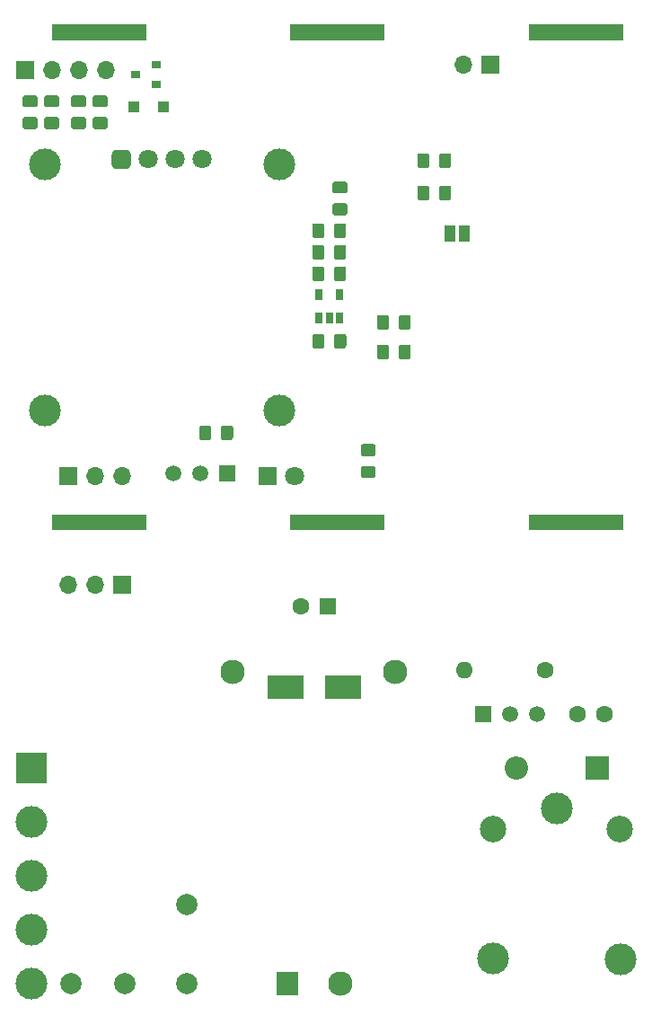
<source format=gbr>
%TF.GenerationSoftware,KiCad,Pcbnew,(5.1.5)-3*%
%TF.CreationDate,2021-07-21T11:08:43+02:00*%
%TF.ProjectId,cece-pcb,63656365-2d70-4636-922e-6b696361645f,rev?*%
%TF.SameCoordinates,Original*%
%TF.FileFunction,Soldermask,Bot*%
%TF.FilePolarity,Negative*%
%FSLAX46Y46*%
G04 Gerber Fmt 4.6, Leading zero omitted, Abs format (unit mm)*
G04 Created by KiCad (PCBNEW (5.1.5)-3) date 2021-07-21 11:08:43*
%MOMM*%
%LPD*%
G04 APERTURE LIST*
%ADD10C,0.100000*%
%ADD11R,1.500000X1.500000*%
%ADD12C,1.500000*%
%ADD13C,1.800000*%
%ADD14R,1.800000X1.800000*%
%ADD15C,3.000000*%
%ADD16O,1.700000X1.700000*%
%ADD17R,1.700000X1.700000*%
%ADD18R,1.100000X1.100000*%
%ADD19R,0.900000X0.800000*%
%ADD20R,0.650000X1.060000*%
%ADD21C,2.000000*%
%ADD22O,1.600000X1.600000*%
%ADD23C,1.600000*%
%ADD24C,2.300000*%
%ADD25R,2.000000X2.300000*%
%ADD26C,2.500000*%
%ADD27R,1.000000X1.500000*%
%ADD28R,3.000000X3.000000*%
%ADD29R,3.500000X2.300000*%
%ADD30O,2.200000X2.200000*%
%ADD31R,2.200000X2.200000*%
%ADD32R,1.600000X1.600000*%
G04 APERTURE END LIST*
D10*
%TO.C,VP101*%
G36*
X115500000Y-21700000D02*
G01*
X106700000Y-21700000D01*
X106700000Y-23100000D01*
X115500000Y-23100000D01*
X115500000Y-21700000D01*
G37*
X115500000Y-21700000D02*
X106700000Y-21700000D01*
X106700000Y-23100000D01*
X115500000Y-23100000D01*
X115500000Y-21700000D01*
G36*
X138000000Y-21700000D02*
G01*
X129200000Y-21700000D01*
X129200000Y-23100000D01*
X138000000Y-23100000D01*
X138000000Y-21700000D01*
G37*
X138000000Y-21700000D02*
X129200000Y-21700000D01*
X129200000Y-23100000D01*
X138000000Y-23100000D01*
X138000000Y-21700000D01*
G36*
X160500000Y-21700000D02*
G01*
X151700000Y-21700000D01*
X151700000Y-23100000D01*
X160500000Y-23100000D01*
X160500000Y-21700000D01*
G37*
X160500000Y-21700000D02*
X151700000Y-21700000D01*
X151700000Y-23100000D01*
X160500000Y-23100000D01*
X160500000Y-21700000D01*
G36*
X160500000Y-67900000D02*
G01*
X151700000Y-67900000D01*
X151700000Y-69300000D01*
X160500000Y-69300000D01*
X160500000Y-67900000D01*
G37*
X160500000Y-67900000D02*
X151700000Y-67900000D01*
X151700000Y-69300000D01*
X160500000Y-69300000D01*
X160500000Y-67900000D01*
G36*
X138000000Y-67900000D02*
G01*
X129200000Y-67900000D01*
X129200000Y-69300000D01*
X138000000Y-69300000D01*
X138000000Y-67900000D01*
G37*
X138000000Y-67900000D02*
X129200000Y-67900000D01*
X129200000Y-69300000D01*
X138000000Y-69300000D01*
X138000000Y-67900000D01*
G36*
X115500000Y-67900000D02*
G01*
X106700000Y-67900000D01*
X106700000Y-69300000D01*
X115500000Y-69300000D01*
X115500000Y-67900000D01*
G37*
X115500000Y-67900000D02*
X106700000Y-67900000D01*
X106700000Y-69300000D01*
X115500000Y-69300000D01*
X115500000Y-67900000D01*
%TD*%
%TO.C,R109*%
G36*
X123557505Y-59499204D02*
G01*
X123581773Y-59502804D01*
X123605572Y-59508765D01*
X123628671Y-59517030D01*
X123650850Y-59527520D01*
X123671893Y-59540132D01*
X123691599Y-59554747D01*
X123709777Y-59571223D01*
X123726253Y-59589401D01*
X123740868Y-59609107D01*
X123753480Y-59630150D01*
X123763970Y-59652329D01*
X123772235Y-59675428D01*
X123778196Y-59699227D01*
X123781796Y-59723495D01*
X123783000Y-59747999D01*
X123783000Y-60648001D01*
X123781796Y-60672505D01*
X123778196Y-60696773D01*
X123772235Y-60720572D01*
X123763970Y-60743671D01*
X123753480Y-60765850D01*
X123740868Y-60786893D01*
X123726253Y-60806599D01*
X123709777Y-60824777D01*
X123691599Y-60841253D01*
X123671893Y-60855868D01*
X123650850Y-60868480D01*
X123628671Y-60878970D01*
X123605572Y-60887235D01*
X123581773Y-60893196D01*
X123557505Y-60896796D01*
X123533001Y-60898000D01*
X122882999Y-60898000D01*
X122858495Y-60896796D01*
X122834227Y-60893196D01*
X122810428Y-60887235D01*
X122787329Y-60878970D01*
X122765150Y-60868480D01*
X122744107Y-60855868D01*
X122724401Y-60841253D01*
X122706223Y-60824777D01*
X122689747Y-60806599D01*
X122675132Y-60786893D01*
X122662520Y-60765850D01*
X122652030Y-60743671D01*
X122643765Y-60720572D01*
X122637804Y-60696773D01*
X122634204Y-60672505D01*
X122633000Y-60648001D01*
X122633000Y-59747999D01*
X122634204Y-59723495D01*
X122637804Y-59699227D01*
X122643765Y-59675428D01*
X122652030Y-59652329D01*
X122662520Y-59630150D01*
X122675132Y-59609107D01*
X122689747Y-59589401D01*
X122706223Y-59571223D01*
X122724401Y-59554747D01*
X122744107Y-59540132D01*
X122765150Y-59527520D01*
X122787329Y-59517030D01*
X122810428Y-59508765D01*
X122834227Y-59502804D01*
X122858495Y-59499204D01*
X122882999Y-59498000D01*
X123533001Y-59498000D01*
X123557505Y-59499204D01*
G37*
G36*
X121507505Y-59499204D02*
G01*
X121531773Y-59502804D01*
X121555572Y-59508765D01*
X121578671Y-59517030D01*
X121600850Y-59527520D01*
X121621893Y-59540132D01*
X121641599Y-59554747D01*
X121659777Y-59571223D01*
X121676253Y-59589401D01*
X121690868Y-59609107D01*
X121703480Y-59630150D01*
X121713970Y-59652329D01*
X121722235Y-59675428D01*
X121728196Y-59699227D01*
X121731796Y-59723495D01*
X121733000Y-59747999D01*
X121733000Y-60648001D01*
X121731796Y-60672505D01*
X121728196Y-60696773D01*
X121722235Y-60720572D01*
X121713970Y-60743671D01*
X121703480Y-60765850D01*
X121690868Y-60786893D01*
X121676253Y-60806599D01*
X121659777Y-60824777D01*
X121641599Y-60841253D01*
X121621893Y-60855868D01*
X121600850Y-60868480D01*
X121578671Y-60878970D01*
X121555572Y-60887235D01*
X121531773Y-60893196D01*
X121507505Y-60896796D01*
X121483001Y-60898000D01*
X120832999Y-60898000D01*
X120808495Y-60896796D01*
X120784227Y-60893196D01*
X120760428Y-60887235D01*
X120737329Y-60878970D01*
X120715150Y-60868480D01*
X120694107Y-60855868D01*
X120674401Y-60841253D01*
X120656223Y-60824777D01*
X120639747Y-60806599D01*
X120625132Y-60786893D01*
X120612520Y-60765850D01*
X120602030Y-60743671D01*
X120593765Y-60720572D01*
X120587804Y-60696773D01*
X120584204Y-60672505D01*
X120583000Y-60648001D01*
X120583000Y-59747999D01*
X120584204Y-59723495D01*
X120587804Y-59699227D01*
X120593765Y-59675428D01*
X120602030Y-59652329D01*
X120612520Y-59630150D01*
X120625132Y-59609107D01*
X120639747Y-59589401D01*
X120656223Y-59571223D01*
X120674401Y-59554747D01*
X120694107Y-59540132D01*
X120715150Y-59527520D01*
X120737329Y-59517030D01*
X120760428Y-59508765D01*
X120784227Y-59502804D01*
X120808495Y-59499204D01*
X120832999Y-59498000D01*
X121483001Y-59498000D01*
X121507505Y-59499204D01*
G37*
%TD*%
D11*
%TO.C,Q101*%
X123190000Y-64008000D03*
D12*
X118110000Y-64008000D03*
X120650000Y-64008000D03*
%TD*%
D13*
%TO.C,D103*%
X129540000Y-64262000D03*
D14*
X127000000Y-64262000D03*
%TD*%
D15*
%TO.C,LCD101*%
X106045000Y-34925000D03*
X128155000Y-58125000D03*
X128155000Y-34925000D03*
X106045000Y-58125000D03*
D13*
X115785000Y-34425000D03*
D10*
G36*
X113739108Y-33527167D02*
G01*
X113782791Y-33533647D01*
X113825628Y-33544377D01*
X113867208Y-33559254D01*
X113907129Y-33578135D01*
X113945007Y-33600839D01*
X113980477Y-33627145D01*
X114013198Y-33656802D01*
X114042855Y-33689523D01*
X114069161Y-33724993D01*
X114091865Y-33762871D01*
X114110746Y-33802792D01*
X114125623Y-33844372D01*
X114136353Y-33887209D01*
X114142833Y-33930892D01*
X114145000Y-33975000D01*
X114145000Y-34875000D01*
X114142833Y-34919108D01*
X114136353Y-34962791D01*
X114125623Y-35005628D01*
X114110746Y-35047208D01*
X114091865Y-35087129D01*
X114069161Y-35125007D01*
X114042855Y-35160477D01*
X114013198Y-35193198D01*
X113980477Y-35222855D01*
X113945007Y-35249161D01*
X113907129Y-35271865D01*
X113867208Y-35290746D01*
X113825628Y-35305623D01*
X113782791Y-35316353D01*
X113739108Y-35322833D01*
X113695000Y-35325000D01*
X112795000Y-35325000D01*
X112750892Y-35322833D01*
X112707209Y-35316353D01*
X112664372Y-35305623D01*
X112622792Y-35290746D01*
X112582871Y-35271865D01*
X112544993Y-35249161D01*
X112509523Y-35222855D01*
X112476802Y-35193198D01*
X112447145Y-35160477D01*
X112420839Y-35125007D01*
X112398135Y-35087129D01*
X112379254Y-35047208D01*
X112364377Y-35005628D01*
X112353647Y-34962791D01*
X112347167Y-34919108D01*
X112345000Y-34875000D01*
X112345000Y-33975000D01*
X112347167Y-33930892D01*
X112353647Y-33887209D01*
X112364377Y-33844372D01*
X112379254Y-33802792D01*
X112398135Y-33762871D01*
X112420839Y-33724993D01*
X112447145Y-33689523D01*
X112476802Y-33656802D01*
X112509523Y-33627145D01*
X112544993Y-33600839D01*
X112582871Y-33578135D01*
X112622792Y-33559254D01*
X112664372Y-33544377D01*
X112707209Y-33533647D01*
X112750892Y-33527167D01*
X112795000Y-33525000D01*
X113695000Y-33525000D01*
X113739108Y-33527167D01*
G37*
D13*
X118325000Y-34425000D03*
X120865000Y-34425000D03*
%TD*%
D10*
%TO.C,R106*%
G36*
X136999505Y-61266204D02*
G01*
X137023773Y-61269804D01*
X137047572Y-61275765D01*
X137070671Y-61284030D01*
X137092850Y-61294520D01*
X137113893Y-61307132D01*
X137133599Y-61321747D01*
X137151777Y-61338223D01*
X137168253Y-61356401D01*
X137182868Y-61376107D01*
X137195480Y-61397150D01*
X137205970Y-61419329D01*
X137214235Y-61442428D01*
X137220196Y-61466227D01*
X137223796Y-61490495D01*
X137225000Y-61514999D01*
X137225000Y-62165001D01*
X137223796Y-62189505D01*
X137220196Y-62213773D01*
X137214235Y-62237572D01*
X137205970Y-62260671D01*
X137195480Y-62282850D01*
X137182868Y-62303893D01*
X137168253Y-62323599D01*
X137151777Y-62341777D01*
X137133599Y-62358253D01*
X137113893Y-62372868D01*
X137092850Y-62385480D01*
X137070671Y-62395970D01*
X137047572Y-62404235D01*
X137023773Y-62410196D01*
X136999505Y-62413796D01*
X136975001Y-62415000D01*
X136074999Y-62415000D01*
X136050495Y-62413796D01*
X136026227Y-62410196D01*
X136002428Y-62404235D01*
X135979329Y-62395970D01*
X135957150Y-62385480D01*
X135936107Y-62372868D01*
X135916401Y-62358253D01*
X135898223Y-62341777D01*
X135881747Y-62323599D01*
X135867132Y-62303893D01*
X135854520Y-62282850D01*
X135844030Y-62260671D01*
X135835765Y-62237572D01*
X135829804Y-62213773D01*
X135826204Y-62189505D01*
X135825000Y-62165001D01*
X135825000Y-61514999D01*
X135826204Y-61490495D01*
X135829804Y-61466227D01*
X135835765Y-61442428D01*
X135844030Y-61419329D01*
X135854520Y-61397150D01*
X135867132Y-61376107D01*
X135881747Y-61356401D01*
X135898223Y-61338223D01*
X135916401Y-61321747D01*
X135936107Y-61307132D01*
X135957150Y-61294520D01*
X135979329Y-61284030D01*
X136002428Y-61275765D01*
X136026227Y-61269804D01*
X136050495Y-61266204D01*
X136074999Y-61265000D01*
X136975001Y-61265000D01*
X136999505Y-61266204D01*
G37*
G36*
X136999505Y-63316204D02*
G01*
X137023773Y-63319804D01*
X137047572Y-63325765D01*
X137070671Y-63334030D01*
X137092850Y-63344520D01*
X137113893Y-63357132D01*
X137133599Y-63371747D01*
X137151777Y-63388223D01*
X137168253Y-63406401D01*
X137182868Y-63426107D01*
X137195480Y-63447150D01*
X137205970Y-63469329D01*
X137214235Y-63492428D01*
X137220196Y-63516227D01*
X137223796Y-63540495D01*
X137225000Y-63564999D01*
X137225000Y-64215001D01*
X137223796Y-64239505D01*
X137220196Y-64263773D01*
X137214235Y-64287572D01*
X137205970Y-64310671D01*
X137195480Y-64332850D01*
X137182868Y-64353893D01*
X137168253Y-64373599D01*
X137151777Y-64391777D01*
X137133599Y-64408253D01*
X137113893Y-64422868D01*
X137092850Y-64435480D01*
X137070671Y-64445970D01*
X137047572Y-64454235D01*
X137023773Y-64460196D01*
X136999505Y-64463796D01*
X136975001Y-64465000D01*
X136074999Y-64465000D01*
X136050495Y-64463796D01*
X136026227Y-64460196D01*
X136002428Y-64454235D01*
X135979329Y-64445970D01*
X135957150Y-64435480D01*
X135936107Y-64422868D01*
X135916401Y-64408253D01*
X135898223Y-64391777D01*
X135881747Y-64373599D01*
X135867132Y-64353893D01*
X135854520Y-64332850D01*
X135844030Y-64310671D01*
X135835765Y-64287572D01*
X135829804Y-64263773D01*
X135826204Y-64239505D01*
X135825000Y-64215001D01*
X135825000Y-63564999D01*
X135826204Y-63540495D01*
X135829804Y-63516227D01*
X135835765Y-63492428D01*
X135844030Y-63469329D01*
X135854520Y-63447150D01*
X135867132Y-63426107D01*
X135881747Y-63406401D01*
X135898223Y-63388223D01*
X135916401Y-63371747D01*
X135936107Y-63357132D01*
X135957150Y-63344520D01*
X135979329Y-63334030D01*
X136002428Y-63325765D01*
X136026227Y-63319804D01*
X136050495Y-63316204D01*
X136074999Y-63315000D01*
X136975001Y-63315000D01*
X136999505Y-63316204D01*
G37*
%TD*%
%TO.C,C104*%
G36*
X132166505Y-40449204D02*
G01*
X132190773Y-40452804D01*
X132214572Y-40458765D01*
X132237671Y-40467030D01*
X132259850Y-40477520D01*
X132280893Y-40490132D01*
X132300599Y-40504747D01*
X132318777Y-40521223D01*
X132335253Y-40539401D01*
X132349868Y-40559107D01*
X132362480Y-40580150D01*
X132372970Y-40602329D01*
X132381235Y-40625428D01*
X132387196Y-40649227D01*
X132390796Y-40673495D01*
X132392000Y-40697999D01*
X132392000Y-41598001D01*
X132390796Y-41622505D01*
X132387196Y-41646773D01*
X132381235Y-41670572D01*
X132372970Y-41693671D01*
X132362480Y-41715850D01*
X132349868Y-41736893D01*
X132335253Y-41756599D01*
X132318777Y-41774777D01*
X132300599Y-41791253D01*
X132280893Y-41805868D01*
X132259850Y-41818480D01*
X132237671Y-41828970D01*
X132214572Y-41837235D01*
X132190773Y-41843196D01*
X132166505Y-41846796D01*
X132142001Y-41848000D01*
X131491999Y-41848000D01*
X131467495Y-41846796D01*
X131443227Y-41843196D01*
X131419428Y-41837235D01*
X131396329Y-41828970D01*
X131374150Y-41818480D01*
X131353107Y-41805868D01*
X131333401Y-41791253D01*
X131315223Y-41774777D01*
X131298747Y-41756599D01*
X131284132Y-41736893D01*
X131271520Y-41715850D01*
X131261030Y-41693671D01*
X131252765Y-41670572D01*
X131246804Y-41646773D01*
X131243204Y-41622505D01*
X131242000Y-41598001D01*
X131242000Y-40697999D01*
X131243204Y-40673495D01*
X131246804Y-40649227D01*
X131252765Y-40625428D01*
X131261030Y-40602329D01*
X131271520Y-40580150D01*
X131284132Y-40559107D01*
X131298747Y-40539401D01*
X131315223Y-40521223D01*
X131333401Y-40504747D01*
X131353107Y-40490132D01*
X131374150Y-40477520D01*
X131396329Y-40467030D01*
X131419428Y-40458765D01*
X131443227Y-40452804D01*
X131467495Y-40449204D01*
X131491999Y-40448000D01*
X132142001Y-40448000D01*
X132166505Y-40449204D01*
G37*
G36*
X134216505Y-40449204D02*
G01*
X134240773Y-40452804D01*
X134264572Y-40458765D01*
X134287671Y-40467030D01*
X134309850Y-40477520D01*
X134330893Y-40490132D01*
X134350599Y-40504747D01*
X134368777Y-40521223D01*
X134385253Y-40539401D01*
X134399868Y-40559107D01*
X134412480Y-40580150D01*
X134422970Y-40602329D01*
X134431235Y-40625428D01*
X134437196Y-40649227D01*
X134440796Y-40673495D01*
X134442000Y-40697999D01*
X134442000Y-41598001D01*
X134440796Y-41622505D01*
X134437196Y-41646773D01*
X134431235Y-41670572D01*
X134422970Y-41693671D01*
X134412480Y-41715850D01*
X134399868Y-41736893D01*
X134385253Y-41756599D01*
X134368777Y-41774777D01*
X134350599Y-41791253D01*
X134330893Y-41805868D01*
X134309850Y-41818480D01*
X134287671Y-41828970D01*
X134264572Y-41837235D01*
X134240773Y-41843196D01*
X134216505Y-41846796D01*
X134192001Y-41848000D01*
X133541999Y-41848000D01*
X133517495Y-41846796D01*
X133493227Y-41843196D01*
X133469428Y-41837235D01*
X133446329Y-41828970D01*
X133424150Y-41818480D01*
X133403107Y-41805868D01*
X133383401Y-41791253D01*
X133365223Y-41774777D01*
X133348747Y-41756599D01*
X133334132Y-41736893D01*
X133321520Y-41715850D01*
X133311030Y-41693671D01*
X133302765Y-41670572D01*
X133296804Y-41646773D01*
X133293204Y-41622505D01*
X133292000Y-41598001D01*
X133292000Y-40697999D01*
X133293204Y-40673495D01*
X133296804Y-40649227D01*
X133302765Y-40625428D01*
X133311030Y-40602329D01*
X133321520Y-40580150D01*
X133334132Y-40559107D01*
X133348747Y-40539401D01*
X133365223Y-40521223D01*
X133383401Y-40504747D01*
X133403107Y-40490132D01*
X133424150Y-40477520D01*
X133446329Y-40467030D01*
X133469428Y-40458765D01*
X133493227Y-40452804D01*
X133517495Y-40449204D01*
X133541999Y-40448000D01*
X134192001Y-40448000D01*
X134216505Y-40449204D01*
G37*
%TD*%
D16*
%TO.C,J101*%
X111760000Y-26035000D03*
X109220000Y-26035000D03*
X106680000Y-26035000D03*
D17*
X104140000Y-26035000D03*
%TD*%
D18*
%TO.C,D102*%
X117224000Y-29464000D03*
X114424000Y-29464000D03*
%TD*%
D16*
%TO.C,J202*%
X108204000Y-74549000D03*
X110744000Y-74549000D03*
D17*
X113284000Y-74549000D03*
%TD*%
D16*
%TO.C,J103*%
X113284000Y-64300000D03*
X110744000Y-64300000D03*
D17*
X108204000Y-64300000D03*
%TD*%
D19*
%TO.C,D101*%
X114570000Y-26416000D03*
X116570000Y-27366000D03*
X116570000Y-25466000D03*
%TD*%
D20*
%TO.C,U101*%
X133792000Y-47160000D03*
X131892000Y-47160000D03*
X131892000Y-49360000D03*
X132842000Y-49360000D03*
X133792000Y-49360000D03*
%TD*%
D21*
%TO.C,RV201*%
X119380000Y-104625000D03*
X119380000Y-112125000D03*
%TD*%
D22*
%TO.C,R202*%
X145542000Y-82550000D03*
D23*
X153162000Y-82550000D03*
%TD*%
D10*
%TO.C,R107*%
G36*
X107154505Y-30423204D02*
G01*
X107178773Y-30426804D01*
X107202572Y-30432765D01*
X107225671Y-30441030D01*
X107247850Y-30451520D01*
X107268893Y-30464132D01*
X107288599Y-30478747D01*
X107306777Y-30495223D01*
X107323253Y-30513401D01*
X107337868Y-30533107D01*
X107350480Y-30554150D01*
X107360970Y-30576329D01*
X107369235Y-30599428D01*
X107375196Y-30623227D01*
X107378796Y-30647495D01*
X107380000Y-30671999D01*
X107380000Y-31322001D01*
X107378796Y-31346505D01*
X107375196Y-31370773D01*
X107369235Y-31394572D01*
X107360970Y-31417671D01*
X107350480Y-31439850D01*
X107337868Y-31460893D01*
X107323253Y-31480599D01*
X107306777Y-31498777D01*
X107288599Y-31515253D01*
X107268893Y-31529868D01*
X107247850Y-31542480D01*
X107225671Y-31552970D01*
X107202572Y-31561235D01*
X107178773Y-31567196D01*
X107154505Y-31570796D01*
X107130001Y-31572000D01*
X106229999Y-31572000D01*
X106205495Y-31570796D01*
X106181227Y-31567196D01*
X106157428Y-31561235D01*
X106134329Y-31552970D01*
X106112150Y-31542480D01*
X106091107Y-31529868D01*
X106071401Y-31515253D01*
X106053223Y-31498777D01*
X106036747Y-31480599D01*
X106022132Y-31460893D01*
X106009520Y-31439850D01*
X105999030Y-31417671D01*
X105990765Y-31394572D01*
X105984804Y-31370773D01*
X105981204Y-31346505D01*
X105980000Y-31322001D01*
X105980000Y-30671999D01*
X105981204Y-30647495D01*
X105984804Y-30623227D01*
X105990765Y-30599428D01*
X105999030Y-30576329D01*
X106009520Y-30554150D01*
X106022132Y-30533107D01*
X106036747Y-30513401D01*
X106053223Y-30495223D01*
X106071401Y-30478747D01*
X106091107Y-30464132D01*
X106112150Y-30451520D01*
X106134329Y-30441030D01*
X106157428Y-30432765D01*
X106181227Y-30426804D01*
X106205495Y-30423204D01*
X106229999Y-30422000D01*
X107130001Y-30422000D01*
X107154505Y-30423204D01*
G37*
G36*
X107154505Y-28373204D02*
G01*
X107178773Y-28376804D01*
X107202572Y-28382765D01*
X107225671Y-28391030D01*
X107247850Y-28401520D01*
X107268893Y-28414132D01*
X107288599Y-28428747D01*
X107306777Y-28445223D01*
X107323253Y-28463401D01*
X107337868Y-28483107D01*
X107350480Y-28504150D01*
X107360970Y-28526329D01*
X107369235Y-28549428D01*
X107375196Y-28573227D01*
X107378796Y-28597495D01*
X107380000Y-28621999D01*
X107380000Y-29272001D01*
X107378796Y-29296505D01*
X107375196Y-29320773D01*
X107369235Y-29344572D01*
X107360970Y-29367671D01*
X107350480Y-29389850D01*
X107337868Y-29410893D01*
X107323253Y-29430599D01*
X107306777Y-29448777D01*
X107288599Y-29465253D01*
X107268893Y-29479868D01*
X107247850Y-29492480D01*
X107225671Y-29502970D01*
X107202572Y-29511235D01*
X107178773Y-29517196D01*
X107154505Y-29520796D01*
X107130001Y-29522000D01*
X106229999Y-29522000D01*
X106205495Y-29520796D01*
X106181227Y-29517196D01*
X106157428Y-29511235D01*
X106134329Y-29502970D01*
X106112150Y-29492480D01*
X106091107Y-29479868D01*
X106071401Y-29465253D01*
X106053223Y-29448777D01*
X106036747Y-29430599D01*
X106022132Y-29410893D01*
X106009520Y-29389850D01*
X105999030Y-29367671D01*
X105990765Y-29344572D01*
X105984804Y-29320773D01*
X105981204Y-29296505D01*
X105980000Y-29272001D01*
X105980000Y-28621999D01*
X105981204Y-28597495D01*
X105984804Y-28573227D01*
X105990765Y-28549428D01*
X105999030Y-28526329D01*
X106009520Y-28504150D01*
X106022132Y-28483107D01*
X106036747Y-28463401D01*
X106053223Y-28445223D01*
X106071401Y-28428747D01*
X106091107Y-28414132D01*
X106112150Y-28401520D01*
X106134329Y-28391030D01*
X106157428Y-28382765D01*
X106181227Y-28376804D01*
X106205495Y-28373204D01*
X106229999Y-28372000D01*
X107130001Y-28372000D01*
X107154505Y-28373204D01*
G37*
%TD*%
%TO.C,R105*%
G36*
X109694505Y-30423204D02*
G01*
X109718773Y-30426804D01*
X109742572Y-30432765D01*
X109765671Y-30441030D01*
X109787850Y-30451520D01*
X109808893Y-30464132D01*
X109828599Y-30478747D01*
X109846777Y-30495223D01*
X109863253Y-30513401D01*
X109877868Y-30533107D01*
X109890480Y-30554150D01*
X109900970Y-30576329D01*
X109909235Y-30599428D01*
X109915196Y-30623227D01*
X109918796Y-30647495D01*
X109920000Y-30671999D01*
X109920000Y-31322001D01*
X109918796Y-31346505D01*
X109915196Y-31370773D01*
X109909235Y-31394572D01*
X109900970Y-31417671D01*
X109890480Y-31439850D01*
X109877868Y-31460893D01*
X109863253Y-31480599D01*
X109846777Y-31498777D01*
X109828599Y-31515253D01*
X109808893Y-31529868D01*
X109787850Y-31542480D01*
X109765671Y-31552970D01*
X109742572Y-31561235D01*
X109718773Y-31567196D01*
X109694505Y-31570796D01*
X109670001Y-31572000D01*
X108769999Y-31572000D01*
X108745495Y-31570796D01*
X108721227Y-31567196D01*
X108697428Y-31561235D01*
X108674329Y-31552970D01*
X108652150Y-31542480D01*
X108631107Y-31529868D01*
X108611401Y-31515253D01*
X108593223Y-31498777D01*
X108576747Y-31480599D01*
X108562132Y-31460893D01*
X108549520Y-31439850D01*
X108539030Y-31417671D01*
X108530765Y-31394572D01*
X108524804Y-31370773D01*
X108521204Y-31346505D01*
X108520000Y-31322001D01*
X108520000Y-30671999D01*
X108521204Y-30647495D01*
X108524804Y-30623227D01*
X108530765Y-30599428D01*
X108539030Y-30576329D01*
X108549520Y-30554150D01*
X108562132Y-30533107D01*
X108576747Y-30513401D01*
X108593223Y-30495223D01*
X108611401Y-30478747D01*
X108631107Y-30464132D01*
X108652150Y-30451520D01*
X108674329Y-30441030D01*
X108697428Y-30432765D01*
X108721227Y-30426804D01*
X108745495Y-30423204D01*
X108769999Y-30422000D01*
X109670001Y-30422000D01*
X109694505Y-30423204D01*
G37*
G36*
X109694505Y-28373204D02*
G01*
X109718773Y-28376804D01*
X109742572Y-28382765D01*
X109765671Y-28391030D01*
X109787850Y-28401520D01*
X109808893Y-28414132D01*
X109828599Y-28428747D01*
X109846777Y-28445223D01*
X109863253Y-28463401D01*
X109877868Y-28483107D01*
X109890480Y-28504150D01*
X109900970Y-28526329D01*
X109909235Y-28549428D01*
X109915196Y-28573227D01*
X109918796Y-28597495D01*
X109920000Y-28621999D01*
X109920000Y-29272001D01*
X109918796Y-29296505D01*
X109915196Y-29320773D01*
X109909235Y-29344572D01*
X109900970Y-29367671D01*
X109890480Y-29389850D01*
X109877868Y-29410893D01*
X109863253Y-29430599D01*
X109846777Y-29448777D01*
X109828599Y-29465253D01*
X109808893Y-29479868D01*
X109787850Y-29492480D01*
X109765671Y-29502970D01*
X109742572Y-29511235D01*
X109718773Y-29517196D01*
X109694505Y-29520796D01*
X109670001Y-29522000D01*
X108769999Y-29522000D01*
X108745495Y-29520796D01*
X108721227Y-29517196D01*
X108697428Y-29511235D01*
X108674329Y-29502970D01*
X108652150Y-29492480D01*
X108631107Y-29479868D01*
X108611401Y-29465253D01*
X108593223Y-29448777D01*
X108576747Y-29430599D01*
X108562132Y-29410893D01*
X108549520Y-29389850D01*
X108539030Y-29367671D01*
X108530765Y-29344572D01*
X108524804Y-29320773D01*
X108521204Y-29296505D01*
X108520000Y-29272001D01*
X108520000Y-28621999D01*
X108521204Y-28597495D01*
X108524804Y-28573227D01*
X108530765Y-28549428D01*
X108539030Y-28526329D01*
X108549520Y-28504150D01*
X108562132Y-28483107D01*
X108576747Y-28463401D01*
X108593223Y-28445223D01*
X108611401Y-28428747D01*
X108631107Y-28414132D01*
X108652150Y-28401520D01*
X108674329Y-28391030D01*
X108697428Y-28382765D01*
X108721227Y-28376804D01*
X108745495Y-28373204D01*
X108769999Y-28372000D01*
X109670001Y-28372000D01*
X109694505Y-28373204D01*
G37*
%TD*%
%TO.C,R104*%
G36*
X138262505Y-51879204D02*
G01*
X138286773Y-51882804D01*
X138310572Y-51888765D01*
X138333671Y-51897030D01*
X138355850Y-51907520D01*
X138376893Y-51920132D01*
X138396599Y-51934747D01*
X138414777Y-51951223D01*
X138431253Y-51969401D01*
X138445868Y-51989107D01*
X138458480Y-52010150D01*
X138468970Y-52032329D01*
X138477235Y-52055428D01*
X138483196Y-52079227D01*
X138486796Y-52103495D01*
X138488000Y-52127999D01*
X138488000Y-53028001D01*
X138486796Y-53052505D01*
X138483196Y-53076773D01*
X138477235Y-53100572D01*
X138468970Y-53123671D01*
X138458480Y-53145850D01*
X138445868Y-53166893D01*
X138431253Y-53186599D01*
X138414777Y-53204777D01*
X138396599Y-53221253D01*
X138376893Y-53235868D01*
X138355850Y-53248480D01*
X138333671Y-53258970D01*
X138310572Y-53267235D01*
X138286773Y-53273196D01*
X138262505Y-53276796D01*
X138238001Y-53278000D01*
X137587999Y-53278000D01*
X137563495Y-53276796D01*
X137539227Y-53273196D01*
X137515428Y-53267235D01*
X137492329Y-53258970D01*
X137470150Y-53248480D01*
X137449107Y-53235868D01*
X137429401Y-53221253D01*
X137411223Y-53204777D01*
X137394747Y-53186599D01*
X137380132Y-53166893D01*
X137367520Y-53145850D01*
X137357030Y-53123671D01*
X137348765Y-53100572D01*
X137342804Y-53076773D01*
X137339204Y-53052505D01*
X137338000Y-53028001D01*
X137338000Y-52127999D01*
X137339204Y-52103495D01*
X137342804Y-52079227D01*
X137348765Y-52055428D01*
X137357030Y-52032329D01*
X137367520Y-52010150D01*
X137380132Y-51989107D01*
X137394747Y-51969401D01*
X137411223Y-51951223D01*
X137429401Y-51934747D01*
X137449107Y-51920132D01*
X137470150Y-51907520D01*
X137492329Y-51897030D01*
X137515428Y-51888765D01*
X137539227Y-51882804D01*
X137563495Y-51879204D01*
X137587999Y-51878000D01*
X138238001Y-51878000D01*
X138262505Y-51879204D01*
G37*
G36*
X140312505Y-51879204D02*
G01*
X140336773Y-51882804D01*
X140360572Y-51888765D01*
X140383671Y-51897030D01*
X140405850Y-51907520D01*
X140426893Y-51920132D01*
X140446599Y-51934747D01*
X140464777Y-51951223D01*
X140481253Y-51969401D01*
X140495868Y-51989107D01*
X140508480Y-52010150D01*
X140518970Y-52032329D01*
X140527235Y-52055428D01*
X140533196Y-52079227D01*
X140536796Y-52103495D01*
X140538000Y-52127999D01*
X140538000Y-53028001D01*
X140536796Y-53052505D01*
X140533196Y-53076773D01*
X140527235Y-53100572D01*
X140518970Y-53123671D01*
X140508480Y-53145850D01*
X140495868Y-53166893D01*
X140481253Y-53186599D01*
X140464777Y-53204777D01*
X140446599Y-53221253D01*
X140426893Y-53235868D01*
X140405850Y-53248480D01*
X140383671Y-53258970D01*
X140360572Y-53267235D01*
X140336773Y-53273196D01*
X140312505Y-53276796D01*
X140288001Y-53278000D01*
X139637999Y-53278000D01*
X139613495Y-53276796D01*
X139589227Y-53273196D01*
X139565428Y-53267235D01*
X139542329Y-53258970D01*
X139520150Y-53248480D01*
X139499107Y-53235868D01*
X139479401Y-53221253D01*
X139461223Y-53204777D01*
X139444747Y-53186599D01*
X139430132Y-53166893D01*
X139417520Y-53145850D01*
X139407030Y-53123671D01*
X139398765Y-53100572D01*
X139392804Y-53076773D01*
X139389204Y-53052505D01*
X139388000Y-53028001D01*
X139388000Y-52127999D01*
X139389204Y-52103495D01*
X139392804Y-52079227D01*
X139398765Y-52055428D01*
X139407030Y-52032329D01*
X139417520Y-52010150D01*
X139430132Y-51989107D01*
X139444747Y-51969401D01*
X139461223Y-51951223D01*
X139479401Y-51934747D01*
X139499107Y-51920132D01*
X139520150Y-51907520D01*
X139542329Y-51897030D01*
X139565428Y-51888765D01*
X139589227Y-51882804D01*
X139613495Y-51879204D01*
X139637999Y-51878000D01*
X140288001Y-51878000D01*
X140312505Y-51879204D01*
G37*
%TD*%
%TO.C,R103*%
G36*
X138262505Y-49085204D02*
G01*
X138286773Y-49088804D01*
X138310572Y-49094765D01*
X138333671Y-49103030D01*
X138355850Y-49113520D01*
X138376893Y-49126132D01*
X138396599Y-49140747D01*
X138414777Y-49157223D01*
X138431253Y-49175401D01*
X138445868Y-49195107D01*
X138458480Y-49216150D01*
X138468970Y-49238329D01*
X138477235Y-49261428D01*
X138483196Y-49285227D01*
X138486796Y-49309495D01*
X138488000Y-49333999D01*
X138488000Y-50234001D01*
X138486796Y-50258505D01*
X138483196Y-50282773D01*
X138477235Y-50306572D01*
X138468970Y-50329671D01*
X138458480Y-50351850D01*
X138445868Y-50372893D01*
X138431253Y-50392599D01*
X138414777Y-50410777D01*
X138396599Y-50427253D01*
X138376893Y-50441868D01*
X138355850Y-50454480D01*
X138333671Y-50464970D01*
X138310572Y-50473235D01*
X138286773Y-50479196D01*
X138262505Y-50482796D01*
X138238001Y-50484000D01*
X137587999Y-50484000D01*
X137563495Y-50482796D01*
X137539227Y-50479196D01*
X137515428Y-50473235D01*
X137492329Y-50464970D01*
X137470150Y-50454480D01*
X137449107Y-50441868D01*
X137429401Y-50427253D01*
X137411223Y-50410777D01*
X137394747Y-50392599D01*
X137380132Y-50372893D01*
X137367520Y-50351850D01*
X137357030Y-50329671D01*
X137348765Y-50306572D01*
X137342804Y-50282773D01*
X137339204Y-50258505D01*
X137338000Y-50234001D01*
X137338000Y-49333999D01*
X137339204Y-49309495D01*
X137342804Y-49285227D01*
X137348765Y-49261428D01*
X137357030Y-49238329D01*
X137367520Y-49216150D01*
X137380132Y-49195107D01*
X137394747Y-49175401D01*
X137411223Y-49157223D01*
X137429401Y-49140747D01*
X137449107Y-49126132D01*
X137470150Y-49113520D01*
X137492329Y-49103030D01*
X137515428Y-49094765D01*
X137539227Y-49088804D01*
X137563495Y-49085204D01*
X137587999Y-49084000D01*
X138238001Y-49084000D01*
X138262505Y-49085204D01*
G37*
G36*
X140312505Y-49085204D02*
G01*
X140336773Y-49088804D01*
X140360572Y-49094765D01*
X140383671Y-49103030D01*
X140405850Y-49113520D01*
X140426893Y-49126132D01*
X140446599Y-49140747D01*
X140464777Y-49157223D01*
X140481253Y-49175401D01*
X140495868Y-49195107D01*
X140508480Y-49216150D01*
X140518970Y-49238329D01*
X140527235Y-49261428D01*
X140533196Y-49285227D01*
X140536796Y-49309495D01*
X140538000Y-49333999D01*
X140538000Y-50234001D01*
X140536796Y-50258505D01*
X140533196Y-50282773D01*
X140527235Y-50306572D01*
X140518970Y-50329671D01*
X140508480Y-50351850D01*
X140495868Y-50372893D01*
X140481253Y-50392599D01*
X140464777Y-50410777D01*
X140446599Y-50427253D01*
X140426893Y-50441868D01*
X140405850Y-50454480D01*
X140383671Y-50464970D01*
X140360572Y-50473235D01*
X140336773Y-50479196D01*
X140312505Y-50482796D01*
X140288001Y-50484000D01*
X139637999Y-50484000D01*
X139613495Y-50482796D01*
X139589227Y-50479196D01*
X139565428Y-50473235D01*
X139542329Y-50464970D01*
X139520150Y-50454480D01*
X139499107Y-50441868D01*
X139479401Y-50427253D01*
X139461223Y-50410777D01*
X139444747Y-50392599D01*
X139430132Y-50372893D01*
X139417520Y-50351850D01*
X139407030Y-50329671D01*
X139398765Y-50306572D01*
X139392804Y-50282773D01*
X139389204Y-50258505D01*
X139388000Y-50234001D01*
X139388000Y-49333999D01*
X139389204Y-49309495D01*
X139392804Y-49285227D01*
X139398765Y-49261428D01*
X139407030Y-49238329D01*
X139417520Y-49216150D01*
X139430132Y-49195107D01*
X139444747Y-49175401D01*
X139461223Y-49157223D01*
X139479401Y-49140747D01*
X139499107Y-49126132D01*
X139520150Y-49113520D01*
X139542329Y-49103030D01*
X139565428Y-49094765D01*
X139589227Y-49088804D01*
X139613495Y-49085204D01*
X139637999Y-49084000D01*
X140288001Y-49084000D01*
X140312505Y-49085204D01*
G37*
%TD*%
%TO.C,R102*%
G36*
X142072505Y-33845204D02*
G01*
X142096773Y-33848804D01*
X142120572Y-33854765D01*
X142143671Y-33863030D01*
X142165850Y-33873520D01*
X142186893Y-33886132D01*
X142206599Y-33900747D01*
X142224777Y-33917223D01*
X142241253Y-33935401D01*
X142255868Y-33955107D01*
X142268480Y-33976150D01*
X142278970Y-33998329D01*
X142287235Y-34021428D01*
X142293196Y-34045227D01*
X142296796Y-34069495D01*
X142298000Y-34093999D01*
X142298000Y-34994001D01*
X142296796Y-35018505D01*
X142293196Y-35042773D01*
X142287235Y-35066572D01*
X142278970Y-35089671D01*
X142268480Y-35111850D01*
X142255868Y-35132893D01*
X142241253Y-35152599D01*
X142224777Y-35170777D01*
X142206599Y-35187253D01*
X142186893Y-35201868D01*
X142165850Y-35214480D01*
X142143671Y-35224970D01*
X142120572Y-35233235D01*
X142096773Y-35239196D01*
X142072505Y-35242796D01*
X142048001Y-35244000D01*
X141397999Y-35244000D01*
X141373495Y-35242796D01*
X141349227Y-35239196D01*
X141325428Y-35233235D01*
X141302329Y-35224970D01*
X141280150Y-35214480D01*
X141259107Y-35201868D01*
X141239401Y-35187253D01*
X141221223Y-35170777D01*
X141204747Y-35152599D01*
X141190132Y-35132893D01*
X141177520Y-35111850D01*
X141167030Y-35089671D01*
X141158765Y-35066572D01*
X141152804Y-35042773D01*
X141149204Y-35018505D01*
X141148000Y-34994001D01*
X141148000Y-34093999D01*
X141149204Y-34069495D01*
X141152804Y-34045227D01*
X141158765Y-34021428D01*
X141167030Y-33998329D01*
X141177520Y-33976150D01*
X141190132Y-33955107D01*
X141204747Y-33935401D01*
X141221223Y-33917223D01*
X141239401Y-33900747D01*
X141259107Y-33886132D01*
X141280150Y-33873520D01*
X141302329Y-33863030D01*
X141325428Y-33854765D01*
X141349227Y-33848804D01*
X141373495Y-33845204D01*
X141397999Y-33844000D01*
X142048001Y-33844000D01*
X142072505Y-33845204D01*
G37*
G36*
X144122505Y-33845204D02*
G01*
X144146773Y-33848804D01*
X144170572Y-33854765D01*
X144193671Y-33863030D01*
X144215850Y-33873520D01*
X144236893Y-33886132D01*
X144256599Y-33900747D01*
X144274777Y-33917223D01*
X144291253Y-33935401D01*
X144305868Y-33955107D01*
X144318480Y-33976150D01*
X144328970Y-33998329D01*
X144337235Y-34021428D01*
X144343196Y-34045227D01*
X144346796Y-34069495D01*
X144348000Y-34093999D01*
X144348000Y-34994001D01*
X144346796Y-35018505D01*
X144343196Y-35042773D01*
X144337235Y-35066572D01*
X144328970Y-35089671D01*
X144318480Y-35111850D01*
X144305868Y-35132893D01*
X144291253Y-35152599D01*
X144274777Y-35170777D01*
X144256599Y-35187253D01*
X144236893Y-35201868D01*
X144215850Y-35214480D01*
X144193671Y-35224970D01*
X144170572Y-35233235D01*
X144146773Y-35239196D01*
X144122505Y-35242796D01*
X144098001Y-35244000D01*
X143447999Y-35244000D01*
X143423495Y-35242796D01*
X143399227Y-35239196D01*
X143375428Y-35233235D01*
X143352329Y-35224970D01*
X143330150Y-35214480D01*
X143309107Y-35201868D01*
X143289401Y-35187253D01*
X143271223Y-35170777D01*
X143254747Y-35152599D01*
X143240132Y-35132893D01*
X143227520Y-35111850D01*
X143217030Y-35089671D01*
X143208765Y-35066572D01*
X143202804Y-35042773D01*
X143199204Y-35018505D01*
X143198000Y-34994001D01*
X143198000Y-34093999D01*
X143199204Y-34069495D01*
X143202804Y-34045227D01*
X143208765Y-34021428D01*
X143217030Y-33998329D01*
X143227520Y-33976150D01*
X143240132Y-33955107D01*
X143254747Y-33935401D01*
X143271223Y-33917223D01*
X143289401Y-33900747D01*
X143309107Y-33886132D01*
X143330150Y-33873520D01*
X143352329Y-33863030D01*
X143375428Y-33854765D01*
X143399227Y-33848804D01*
X143423495Y-33845204D01*
X143447999Y-33844000D01*
X144098001Y-33844000D01*
X144122505Y-33845204D01*
G37*
%TD*%
%TO.C,R101*%
G36*
X142072505Y-36893204D02*
G01*
X142096773Y-36896804D01*
X142120572Y-36902765D01*
X142143671Y-36911030D01*
X142165850Y-36921520D01*
X142186893Y-36934132D01*
X142206599Y-36948747D01*
X142224777Y-36965223D01*
X142241253Y-36983401D01*
X142255868Y-37003107D01*
X142268480Y-37024150D01*
X142278970Y-37046329D01*
X142287235Y-37069428D01*
X142293196Y-37093227D01*
X142296796Y-37117495D01*
X142298000Y-37141999D01*
X142298000Y-38042001D01*
X142296796Y-38066505D01*
X142293196Y-38090773D01*
X142287235Y-38114572D01*
X142278970Y-38137671D01*
X142268480Y-38159850D01*
X142255868Y-38180893D01*
X142241253Y-38200599D01*
X142224777Y-38218777D01*
X142206599Y-38235253D01*
X142186893Y-38249868D01*
X142165850Y-38262480D01*
X142143671Y-38272970D01*
X142120572Y-38281235D01*
X142096773Y-38287196D01*
X142072505Y-38290796D01*
X142048001Y-38292000D01*
X141397999Y-38292000D01*
X141373495Y-38290796D01*
X141349227Y-38287196D01*
X141325428Y-38281235D01*
X141302329Y-38272970D01*
X141280150Y-38262480D01*
X141259107Y-38249868D01*
X141239401Y-38235253D01*
X141221223Y-38218777D01*
X141204747Y-38200599D01*
X141190132Y-38180893D01*
X141177520Y-38159850D01*
X141167030Y-38137671D01*
X141158765Y-38114572D01*
X141152804Y-38090773D01*
X141149204Y-38066505D01*
X141148000Y-38042001D01*
X141148000Y-37141999D01*
X141149204Y-37117495D01*
X141152804Y-37093227D01*
X141158765Y-37069428D01*
X141167030Y-37046329D01*
X141177520Y-37024150D01*
X141190132Y-37003107D01*
X141204747Y-36983401D01*
X141221223Y-36965223D01*
X141239401Y-36948747D01*
X141259107Y-36934132D01*
X141280150Y-36921520D01*
X141302329Y-36911030D01*
X141325428Y-36902765D01*
X141349227Y-36896804D01*
X141373495Y-36893204D01*
X141397999Y-36892000D01*
X142048001Y-36892000D01*
X142072505Y-36893204D01*
G37*
G36*
X144122505Y-36893204D02*
G01*
X144146773Y-36896804D01*
X144170572Y-36902765D01*
X144193671Y-36911030D01*
X144215850Y-36921520D01*
X144236893Y-36934132D01*
X144256599Y-36948747D01*
X144274777Y-36965223D01*
X144291253Y-36983401D01*
X144305868Y-37003107D01*
X144318480Y-37024150D01*
X144328970Y-37046329D01*
X144337235Y-37069428D01*
X144343196Y-37093227D01*
X144346796Y-37117495D01*
X144348000Y-37141999D01*
X144348000Y-38042001D01*
X144346796Y-38066505D01*
X144343196Y-38090773D01*
X144337235Y-38114572D01*
X144328970Y-38137671D01*
X144318480Y-38159850D01*
X144305868Y-38180893D01*
X144291253Y-38200599D01*
X144274777Y-38218777D01*
X144256599Y-38235253D01*
X144236893Y-38249868D01*
X144215850Y-38262480D01*
X144193671Y-38272970D01*
X144170572Y-38281235D01*
X144146773Y-38287196D01*
X144122505Y-38290796D01*
X144098001Y-38292000D01*
X143447999Y-38292000D01*
X143423495Y-38290796D01*
X143399227Y-38287196D01*
X143375428Y-38281235D01*
X143352329Y-38272970D01*
X143330150Y-38262480D01*
X143309107Y-38249868D01*
X143289401Y-38235253D01*
X143271223Y-38218777D01*
X143254747Y-38200599D01*
X143240132Y-38180893D01*
X143227520Y-38159850D01*
X143217030Y-38137671D01*
X143208765Y-38114572D01*
X143202804Y-38090773D01*
X143199204Y-38066505D01*
X143198000Y-38042001D01*
X143198000Y-37141999D01*
X143199204Y-37117495D01*
X143202804Y-37093227D01*
X143208765Y-37069428D01*
X143217030Y-37046329D01*
X143227520Y-37024150D01*
X143240132Y-37003107D01*
X143254747Y-36983401D01*
X143271223Y-36965223D01*
X143289401Y-36948747D01*
X143309107Y-36934132D01*
X143330150Y-36921520D01*
X143352329Y-36911030D01*
X143375428Y-36902765D01*
X143399227Y-36896804D01*
X143423495Y-36893204D01*
X143447999Y-36892000D01*
X144098001Y-36892000D01*
X144122505Y-36893204D01*
G37*
%TD*%
D11*
%TO.C,Q201*%
X147320000Y-86725000D03*
D12*
X152400000Y-86725000D03*
X149860000Y-86725000D03*
%TD*%
D24*
%TO.C,PS201*%
X139105000Y-82725000D03*
X133905000Y-112125000D03*
D25*
X128905000Y-112125000D03*
D24*
X123705000Y-82725000D03*
%TD*%
D15*
%TO.C,K201*%
X154305000Y-95615000D03*
D26*
X160255000Y-97565000D03*
D15*
X160305000Y-109815000D03*
X148255000Y-109765000D03*
D26*
X148255000Y-97565000D03*
%TD*%
D27*
%TO.C,JP103*%
X145542000Y-41402000D03*
X144242000Y-41402000D03*
%TD*%
D16*
%TO.C,JP101*%
X145460000Y-25500000D03*
D17*
X148000000Y-25500000D03*
%TD*%
D15*
%TO.C,J201*%
X104775000Y-112125000D03*
X104775000Y-107045000D03*
D28*
X104775000Y-91805000D03*
D15*
X104775000Y-101965000D03*
X104775000Y-96885000D03*
%TD*%
D10*
%TO.C,FB101*%
G36*
X134332505Y-38551204D02*
G01*
X134356773Y-38554804D01*
X134380572Y-38560765D01*
X134403671Y-38569030D01*
X134425850Y-38579520D01*
X134446893Y-38592132D01*
X134466599Y-38606747D01*
X134484777Y-38623223D01*
X134501253Y-38641401D01*
X134515868Y-38661107D01*
X134528480Y-38682150D01*
X134538970Y-38704329D01*
X134547235Y-38727428D01*
X134553196Y-38751227D01*
X134556796Y-38775495D01*
X134558000Y-38799999D01*
X134558000Y-39450001D01*
X134556796Y-39474505D01*
X134553196Y-39498773D01*
X134547235Y-39522572D01*
X134538970Y-39545671D01*
X134528480Y-39567850D01*
X134515868Y-39588893D01*
X134501253Y-39608599D01*
X134484777Y-39626777D01*
X134466599Y-39643253D01*
X134446893Y-39657868D01*
X134425850Y-39670480D01*
X134403671Y-39680970D01*
X134380572Y-39689235D01*
X134356773Y-39695196D01*
X134332505Y-39698796D01*
X134308001Y-39700000D01*
X133407999Y-39700000D01*
X133383495Y-39698796D01*
X133359227Y-39695196D01*
X133335428Y-39689235D01*
X133312329Y-39680970D01*
X133290150Y-39670480D01*
X133269107Y-39657868D01*
X133249401Y-39643253D01*
X133231223Y-39626777D01*
X133214747Y-39608599D01*
X133200132Y-39588893D01*
X133187520Y-39567850D01*
X133177030Y-39545671D01*
X133168765Y-39522572D01*
X133162804Y-39498773D01*
X133159204Y-39474505D01*
X133158000Y-39450001D01*
X133158000Y-38799999D01*
X133159204Y-38775495D01*
X133162804Y-38751227D01*
X133168765Y-38727428D01*
X133177030Y-38704329D01*
X133187520Y-38682150D01*
X133200132Y-38661107D01*
X133214747Y-38641401D01*
X133231223Y-38623223D01*
X133249401Y-38606747D01*
X133269107Y-38592132D01*
X133290150Y-38579520D01*
X133312329Y-38569030D01*
X133335428Y-38560765D01*
X133359227Y-38554804D01*
X133383495Y-38551204D01*
X133407999Y-38550000D01*
X134308001Y-38550000D01*
X134332505Y-38551204D01*
G37*
G36*
X134332505Y-36501204D02*
G01*
X134356773Y-36504804D01*
X134380572Y-36510765D01*
X134403671Y-36519030D01*
X134425850Y-36529520D01*
X134446893Y-36542132D01*
X134466599Y-36556747D01*
X134484777Y-36573223D01*
X134501253Y-36591401D01*
X134515868Y-36611107D01*
X134528480Y-36632150D01*
X134538970Y-36654329D01*
X134547235Y-36677428D01*
X134553196Y-36701227D01*
X134556796Y-36725495D01*
X134558000Y-36749999D01*
X134558000Y-37400001D01*
X134556796Y-37424505D01*
X134553196Y-37448773D01*
X134547235Y-37472572D01*
X134538970Y-37495671D01*
X134528480Y-37517850D01*
X134515868Y-37538893D01*
X134501253Y-37558599D01*
X134484777Y-37576777D01*
X134466599Y-37593253D01*
X134446893Y-37607868D01*
X134425850Y-37620480D01*
X134403671Y-37630970D01*
X134380572Y-37639235D01*
X134356773Y-37645196D01*
X134332505Y-37648796D01*
X134308001Y-37650000D01*
X133407999Y-37650000D01*
X133383495Y-37648796D01*
X133359227Y-37645196D01*
X133335428Y-37639235D01*
X133312329Y-37630970D01*
X133290150Y-37620480D01*
X133269107Y-37607868D01*
X133249401Y-37593253D01*
X133231223Y-37576777D01*
X133214747Y-37558599D01*
X133200132Y-37538893D01*
X133187520Y-37517850D01*
X133177030Y-37495671D01*
X133168765Y-37472572D01*
X133162804Y-37448773D01*
X133159204Y-37424505D01*
X133158000Y-37400001D01*
X133158000Y-36749999D01*
X133159204Y-36725495D01*
X133162804Y-36701227D01*
X133168765Y-36677428D01*
X133177030Y-36654329D01*
X133187520Y-36632150D01*
X133200132Y-36611107D01*
X133214747Y-36591401D01*
X133231223Y-36573223D01*
X133249401Y-36556747D01*
X133269107Y-36542132D01*
X133290150Y-36529520D01*
X133312329Y-36519030D01*
X133335428Y-36510765D01*
X133359227Y-36504804D01*
X133383495Y-36501204D01*
X133407999Y-36500000D01*
X134308001Y-36500000D01*
X134332505Y-36501204D01*
G37*
%TD*%
D21*
%TO.C,F201*%
X108538000Y-112125000D03*
X113538000Y-112125000D03*
%TD*%
D29*
%TO.C,D203*%
X128745000Y-84185000D03*
X134145000Y-84185000D03*
%TD*%
D30*
%TO.C,D201*%
X150495000Y-91805000D03*
D31*
X158115000Y-91805000D03*
%TD*%
D23*
%TO.C,C202*%
X130215000Y-76565000D03*
D32*
X132715000Y-76565000D03*
%TD*%
D23*
%TO.C,C201*%
X156250000Y-86725000D03*
X158750000Y-86725000D03*
%TD*%
D10*
%TO.C,C106*%
G36*
X111726505Y-30423204D02*
G01*
X111750773Y-30426804D01*
X111774572Y-30432765D01*
X111797671Y-30441030D01*
X111819850Y-30451520D01*
X111840893Y-30464132D01*
X111860599Y-30478747D01*
X111878777Y-30495223D01*
X111895253Y-30513401D01*
X111909868Y-30533107D01*
X111922480Y-30554150D01*
X111932970Y-30576329D01*
X111941235Y-30599428D01*
X111947196Y-30623227D01*
X111950796Y-30647495D01*
X111952000Y-30671999D01*
X111952000Y-31322001D01*
X111950796Y-31346505D01*
X111947196Y-31370773D01*
X111941235Y-31394572D01*
X111932970Y-31417671D01*
X111922480Y-31439850D01*
X111909868Y-31460893D01*
X111895253Y-31480599D01*
X111878777Y-31498777D01*
X111860599Y-31515253D01*
X111840893Y-31529868D01*
X111819850Y-31542480D01*
X111797671Y-31552970D01*
X111774572Y-31561235D01*
X111750773Y-31567196D01*
X111726505Y-31570796D01*
X111702001Y-31572000D01*
X110801999Y-31572000D01*
X110777495Y-31570796D01*
X110753227Y-31567196D01*
X110729428Y-31561235D01*
X110706329Y-31552970D01*
X110684150Y-31542480D01*
X110663107Y-31529868D01*
X110643401Y-31515253D01*
X110625223Y-31498777D01*
X110608747Y-31480599D01*
X110594132Y-31460893D01*
X110581520Y-31439850D01*
X110571030Y-31417671D01*
X110562765Y-31394572D01*
X110556804Y-31370773D01*
X110553204Y-31346505D01*
X110552000Y-31322001D01*
X110552000Y-30671999D01*
X110553204Y-30647495D01*
X110556804Y-30623227D01*
X110562765Y-30599428D01*
X110571030Y-30576329D01*
X110581520Y-30554150D01*
X110594132Y-30533107D01*
X110608747Y-30513401D01*
X110625223Y-30495223D01*
X110643401Y-30478747D01*
X110663107Y-30464132D01*
X110684150Y-30451520D01*
X110706329Y-30441030D01*
X110729428Y-30432765D01*
X110753227Y-30426804D01*
X110777495Y-30423204D01*
X110801999Y-30422000D01*
X111702001Y-30422000D01*
X111726505Y-30423204D01*
G37*
G36*
X111726505Y-28373204D02*
G01*
X111750773Y-28376804D01*
X111774572Y-28382765D01*
X111797671Y-28391030D01*
X111819850Y-28401520D01*
X111840893Y-28414132D01*
X111860599Y-28428747D01*
X111878777Y-28445223D01*
X111895253Y-28463401D01*
X111909868Y-28483107D01*
X111922480Y-28504150D01*
X111932970Y-28526329D01*
X111941235Y-28549428D01*
X111947196Y-28573227D01*
X111950796Y-28597495D01*
X111952000Y-28621999D01*
X111952000Y-29272001D01*
X111950796Y-29296505D01*
X111947196Y-29320773D01*
X111941235Y-29344572D01*
X111932970Y-29367671D01*
X111922480Y-29389850D01*
X111909868Y-29410893D01*
X111895253Y-29430599D01*
X111878777Y-29448777D01*
X111860599Y-29465253D01*
X111840893Y-29479868D01*
X111819850Y-29492480D01*
X111797671Y-29502970D01*
X111774572Y-29511235D01*
X111750773Y-29517196D01*
X111726505Y-29520796D01*
X111702001Y-29522000D01*
X110801999Y-29522000D01*
X110777495Y-29520796D01*
X110753227Y-29517196D01*
X110729428Y-29511235D01*
X110706329Y-29502970D01*
X110684150Y-29492480D01*
X110663107Y-29479868D01*
X110643401Y-29465253D01*
X110625223Y-29448777D01*
X110608747Y-29430599D01*
X110594132Y-29410893D01*
X110581520Y-29389850D01*
X110571030Y-29367671D01*
X110562765Y-29344572D01*
X110556804Y-29320773D01*
X110553204Y-29296505D01*
X110552000Y-29272001D01*
X110552000Y-28621999D01*
X110553204Y-28597495D01*
X110556804Y-28573227D01*
X110562765Y-28549428D01*
X110571030Y-28526329D01*
X110581520Y-28504150D01*
X110594132Y-28483107D01*
X110608747Y-28463401D01*
X110625223Y-28445223D01*
X110643401Y-28428747D01*
X110663107Y-28414132D01*
X110684150Y-28401520D01*
X110706329Y-28391030D01*
X110729428Y-28382765D01*
X110753227Y-28376804D01*
X110777495Y-28373204D01*
X110801999Y-28372000D01*
X111702001Y-28372000D01*
X111726505Y-28373204D01*
G37*
%TD*%
%TO.C,C105*%
G36*
X105122505Y-28373204D02*
G01*
X105146773Y-28376804D01*
X105170572Y-28382765D01*
X105193671Y-28391030D01*
X105215850Y-28401520D01*
X105236893Y-28414132D01*
X105256599Y-28428747D01*
X105274777Y-28445223D01*
X105291253Y-28463401D01*
X105305868Y-28483107D01*
X105318480Y-28504150D01*
X105328970Y-28526329D01*
X105337235Y-28549428D01*
X105343196Y-28573227D01*
X105346796Y-28597495D01*
X105348000Y-28621999D01*
X105348000Y-29272001D01*
X105346796Y-29296505D01*
X105343196Y-29320773D01*
X105337235Y-29344572D01*
X105328970Y-29367671D01*
X105318480Y-29389850D01*
X105305868Y-29410893D01*
X105291253Y-29430599D01*
X105274777Y-29448777D01*
X105256599Y-29465253D01*
X105236893Y-29479868D01*
X105215850Y-29492480D01*
X105193671Y-29502970D01*
X105170572Y-29511235D01*
X105146773Y-29517196D01*
X105122505Y-29520796D01*
X105098001Y-29522000D01*
X104197999Y-29522000D01*
X104173495Y-29520796D01*
X104149227Y-29517196D01*
X104125428Y-29511235D01*
X104102329Y-29502970D01*
X104080150Y-29492480D01*
X104059107Y-29479868D01*
X104039401Y-29465253D01*
X104021223Y-29448777D01*
X104004747Y-29430599D01*
X103990132Y-29410893D01*
X103977520Y-29389850D01*
X103967030Y-29367671D01*
X103958765Y-29344572D01*
X103952804Y-29320773D01*
X103949204Y-29296505D01*
X103948000Y-29272001D01*
X103948000Y-28621999D01*
X103949204Y-28597495D01*
X103952804Y-28573227D01*
X103958765Y-28549428D01*
X103967030Y-28526329D01*
X103977520Y-28504150D01*
X103990132Y-28483107D01*
X104004747Y-28463401D01*
X104021223Y-28445223D01*
X104039401Y-28428747D01*
X104059107Y-28414132D01*
X104080150Y-28401520D01*
X104102329Y-28391030D01*
X104125428Y-28382765D01*
X104149227Y-28376804D01*
X104173495Y-28373204D01*
X104197999Y-28372000D01*
X105098001Y-28372000D01*
X105122505Y-28373204D01*
G37*
G36*
X105122505Y-30423204D02*
G01*
X105146773Y-30426804D01*
X105170572Y-30432765D01*
X105193671Y-30441030D01*
X105215850Y-30451520D01*
X105236893Y-30464132D01*
X105256599Y-30478747D01*
X105274777Y-30495223D01*
X105291253Y-30513401D01*
X105305868Y-30533107D01*
X105318480Y-30554150D01*
X105328970Y-30576329D01*
X105337235Y-30599428D01*
X105343196Y-30623227D01*
X105346796Y-30647495D01*
X105348000Y-30671999D01*
X105348000Y-31322001D01*
X105346796Y-31346505D01*
X105343196Y-31370773D01*
X105337235Y-31394572D01*
X105328970Y-31417671D01*
X105318480Y-31439850D01*
X105305868Y-31460893D01*
X105291253Y-31480599D01*
X105274777Y-31498777D01*
X105256599Y-31515253D01*
X105236893Y-31529868D01*
X105215850Y-31542480D01*
X105193671Y-31552970D01*
X105170572Y-31561235D01*
X105146773Y-31567196D01*
X105122505Y-31570796D01*
X105098001Y-31572000D01*
X104197999Y-31572000D01*
X104173495Y-31570796D01*
X104149227Y-31567196D01*
X104125428Y-31561235D01*
X104102329Y-31552970D01*
X104080150Y-31542480D01*
X104059107Y-31529868D01*
X104039401Y-31515253D01*
X104021223Y-31498777D01*
X104004747Y-31480599D01*
X103990132Y-31460893D01*
X103977520Y-31439850D01*
X103967030Y-31417671D01*
X103958765Y-31394572D01*
X103952804Y-31370773D01*
X103949204Y-31346505D01*
X103948000Y-31322001D01*
X103948000Y-30671999D01*
X103949204Y-30647495D01*
X103952804Y-30623227D01*
X103958765Y-30599428D01*
X103967030Y-30576329D01*
X103977520Y-30554150D01*
X103990132Y-30533107D01*
X104004747Y-30513401D01*
X104021223Y-30495223D01*
X104039401Y-30478747D01*
X104059107Y-30464132D01*
X104080150Y-30451520D01*
X104102329Y-30441030D01*
X104125428Y-30432765D01*
X104149227Y-30426804D01*
X104173495Y-30423204D01*
X104197999Y-30422000D01*
X105098001Y-30422000D01*
X105122505Y-30423204D01*
G37*
%TD*%
%TO.C,C103*%
G36*
X132166505Y-42481204D02*
G01*
X132190773Y-42484804D01*
X132214572Y-42490765D01*
X132237671Y-42499030D01*
X132259850Y-42509520D01*
X132280893Y-42522132D01*
X132300599Y-42536747D01*
X132318777Y-42553223D01*
X132335253Y-42571401D01*
X132349868Y-42591107D01*
X132362480Y-42612150D01*
X132372970Y-42634329D01*
X132381235Y-42657428D01*
X132387196Y-42681227D01*
X132390796Y-42705495D01*
X132392000Y-42729999D01*
X132392000Y-43630001D01*
X132390796Y-43654505D01*
X132387196Y-43678773D01*
X132381235Y-43702572D01*
X132372970Y-43725671D01*
X132362480Y-43747850D01*
X132349868Y-43768893D01*
X132335253Y-43788599D01*
X132318777Y-43806777D01*
X132300599Y-43823253D01*
X132280893Y-43837868D01*
X132259850Y-43850480D01*
X132237671Y-43860970D01*
X132214572Y-43869235D01*
X132190773Y-43875196D01*
X132166505Y-43878796D01*
X132142001Y-43880000D01*
X131491999Y-43880000D01*
X131467495Y-43878796D01*
X131443227Y-43875196D01*
X131419428Y-43869235D01*
X131396329Y-43860970D01*
X131374150Y-43850480D01*
X131353107Y-43837868D01*
X131333401Y-43823253D01*
X131315223Y-43806777D01*
X131298747Y-43788599D01*
X131284132Y-43768893D01*
X131271520Y-43747850D01*
X131261030Y-43725671D01*
X131252765Y-43702572D01*
X131246804Y-43678773D01*
X131243204Y-43654505D01*
X131242000Y-43630001D01*
X131242000Y-42729999D01*
X131243204Y-42705495D01*
X131246804Y-42681227D01*
X131252765Y-42657428D01*
X131261030Y-42634329D01*
X131271520Y-42612150D01*
X131284132Y-42591107D01*
X131298747Y-42571401D01*
X131315223Y-42553223D01*
X131333401Y-42536747D01*
X131353107Y-42522132D01*
X131374150Y-42509520D01*
X131396329Y-42499030D01*
X131419428Y-42490765D01*
X131443227Y-42484804D01*
X131467495Y-42481204D01*
X131491999Y-42480000D01*
X132142001Y-42480000D01*
X132166505Y-42481204D01*
G37*
G36*
X134216505Y-42481204D02*
G01*
X134240773Y-42484804D01*
X134264572Y-42490765D01*
X134287671Y-42499030D01*
X134309850Y-42509520D01*
X134330893Y-42522132D01*
X134350599Y-42536747D01*
X134368777Y-42553223D01*
X134385253Y-42571401D01*
X134399868Y-42591107D01*
X134412480Y-42612150D01*
X134422970Y-42634329D01*
X134431235Y-42657428D01*
X134437196Y-42681227D01*
X134440796Y-42705495D01*
X134442000Y-42729999D01*
X134442000Y-43630001D01*
X134440796Y-43654505D01*
X134437196Y-43678773D01*
X134431235Y-43702572D01*
X134422970Y-43725671D01*
X134412480Y-43747850D01*
X134399868Y-43768893D01*
X134385253Y-43788599D01*
X134368777Y-43806777D01*
X134350599Y-43823253D01*
X134330893Y-43837868D01*
X134309850Y-43850480D01*
X134287671Y-43860970D01*
X134264572Y-43869235D01*
X134240773Y-43875196D01*
X134216505Y-43878796D01*
X134192001Y-43880000D01*
X133541999Y-43880000D01*
X133517495Y-43878796D01*
X133493227Y-43875196D01*
X133469428Y-43869235D01*
X133446329Y-43860970D01*
X133424150Y-43850480D01*
X133403107Y-43837868D01*
X133383401Y-43823253D01*
X133365223Y-43806777D01*
X133348747Y-43788599D01*
X133334132Y-43768893D01*
X133321520Y-43747850D01*
X133311030Y-43725671D01*
X133302765Y-43702572D01*
X133296804Y-43678773D01*
X133293204Y-43654505D01*
X133292000Y-43630001D01*
X133292000Y-42729999D01*
X133293204Y-42705495D01*
X133296804Y-42681227D01*
X133302765Y-42657428D01*
X133311030Y-42634329D01*
X133321520Y-42612150D01*
X133334132Y-42591107D01*
X133348747Y-42571401D01*
X133365223Y-42553223D01*
X133383401Y-42536747D01*
X133403107Y-42522132D01*
X133424150Y-42509520D01*
X133446329Y-42499030D01*
X133469428Y-42490765D01*
X133493227Y-42484804D01*
X133517495Y-42481204D01*
X133541999Y-42480000D01*
X134192001Y-42480000D01*
X134216505Y-42481204D01*
G37*
%TD*%
%TO.C,C102*%
G36*
X132166505Y-44513204D02*
G01*
X132190773Y-44516804D01*
X132214572Y-44522765D01*
X132237671Y-44531030D01*
X132259850Y-44541520D01*
X132280893Y-44554132D01*
X132300599Y-44568747D01*
X132318777Y-44585223D01*
X132335253Y-44603401D01*
X132349868Y-44623107D01*
X132362480Y-44644150D01*
X132372970Y-44666329D01*
X132381235Y-44689428D01*
X132387196Y-44713227D01*
X132390796Y-44737495D01*
X132392000Y-44761999D01*
X132392000Y-45662001D01*
X132390796Y-45686505D01*
X132387196Y-45710773D01*
X132381235Y-45734572D01*
X132372970Y-45757671D01*
X132362480Y-45779850D01*
X132349868Y-45800893D01*
X132335253Y-45820599D01*
X132318777Y-45838777D01*
X132300599Y-45855253D01*
X132280893Y-45869868D01*
X132259850Y-45882480D01*
X132237671Y-45892970D01*
X132214572Y-45901235D01*
X132190773Y-45907196D01*
X132166505Y-45910796D01*
X132142001Y-45912000D01*
X131491999Y-45912000D01*
X131467495Y-45910796D01*
X131443227Y-45907196D01*
X131419428Y-45901235D01*
X131396329Y-45892970D01*
X131374150Y-45882480D01*
X131353107Y-45869868D01*
X131333401Y-45855253D01*
X131315223Y-45838777D01*
X131298747Y-45820599D01*
X131284132Y-45800893D01*
X131271520Y-45779850D01*
X131261030Y-45757671D01*
X131252765Y-45734572D01*
X131246804Y-45710773D01*
X131243204Y-45686505D01*
X131242000Y-45662001D01*
X131242000Y-44761999D01*
X131243204Y-44737495D01*
X131246804Y-44713227D01*
X131252765Y-44689428D01*
X131261030Y-44666329D01*
X131271520Y-44644150D01*
X131284132Y-44623107D01*
X131298747Y-44603401D01*
X131315223Y-44585223D01*
X131333401Y-44568747D01*
X131353107Y-44554132D01*
X131374150Y-44541520D01*
X131396329Y-44531030D01*
X131419428Y-44522765D01*
X131443227Y-44516804D01*
X131467495Y-44513204D01*
X131491999Y-44512000D01*
X132142001Y-44512000D01*
X132166505Y-44513204D01*
G37*
G36*
X134216505Y-44513204D02*
G01*
X134240773Y-44516804D01*
X134264572Y-44522765D01*
X134287671Y-44531030D01*
X134309850Y-44541520D01*
X134330893Y-44554132D01*
X134350599Y-44568747D01*
X134368777Y-44585223D01*
X134385253Y-44603401D01*
X134399868Y-44623107D01*
X134412480Y-44644150D01*
X134422970Y-44666329D01*
X134431235Y-44689428D01*
X134437196Y-44713227D01*
X134440796Y-44737495D01*
X134442000Y-44761999D01*
X134442000Y-45662001D01*
X134440796Y-45686505D01*
X134437196Y-45710773D01*
X134431235Y-45734572D01*
X134422970Y-45757671D01*
X134412480Y-45779850D01*
X134399868Y-45800893D01*
X134385253Y-45820599D01*
X134368777Y-45838777D01*
X134350599Y-45855253D01*
X134330893Y-45869868D01*
X134309850Y-45882480D01*
X134287671Y-45892970D01*
X134264572Y-45901235D01*
X134240773Y-45907196D01*
X134216505Y-45910796D01*
X134192001Y-45912000D01*
X133541999Y-45912000D01*
X133517495Y-45910796D01*
X133493227Y-45907196D01*
X133469428Y-45901235D01*
X133446329Y-45892970D01*
X133424150Y-45882480D01*
X133403107Y-45869868D01*
X133383401Y-45855253D01*
X133365223Y-45838777D01*
X133348747Y-45820599D01*
X133334132Y-45800893D01*
X133321520Y-45779850D01*
X133311030Y-45757671D01*
X133302765Y-45734572D01*
X133296804Y-45710773D01*
X133293204Y-45686505D01*
X133292000Y-45662001D01*
X133292000Y-44761999D01*
X133293204Y-44737495D01*
X133296804Y-44713227D01*
X133302765Y-44689428D01*
X133311030Y-44666329D01*
X133321520Y-44644150D01*
X133334132Y-44623107D01*
X133348747Y-44603401D01*
X133365223Y-44585223D01*
X133383401Y-44568747D01*
X133403107Y-44554132D01*
X133424150Y-44541520D01*
X133446329Y-44531030D01*
X133469428Y-44522765D01*
X133493227Y-44516804D01*
X133517495Y-44513204D01*
X133541999Y-44512000D01*
X134192001Y-44512000D01*
X134216505Y-44513204D01*
G37*
%TD*%
%TO.C,C101*%
G36*
X134225505Y-50863204D02*
G01*
X134249773Y-50866804D01*
X134273572Y-50872765D01*
X134296671Y-50881030D01*
X134318850Y-50891520D01*
X134339893Y-50904132D01*
X134359599Y-50918747D01*
X134377777Y-50935223D01*
X134394253Y-50953401D01*
X134408868Y-50973107D01*
X134421480Y-50994150D01*
X134431970Y-51016329D01*
X134440235Y-51039428D01*
X134446196Y-51063227D01*
X134449796Y-51087495D01*
X134451000Y-51111999D01*
X134451000Y-52012001D01*
X134449796Y-52036505D01*
X134446196Y-52060773D01*
X134440235Y-52084572D01*
X134431970Y-52107671D01*
X134421480Y-52129850D01*
X134408868Y-52150893D01*
X134394253Y-52170599D01*
X134377777Y-52188777D01*
X134359599Y-52205253D01*
X134339893Y-52219868D01*
X134318850Y-52232480D01*
X134296671Y-52242970D01*
X134273572Y-52251235D01*
X134249773Y-52257196D01*
X134225505Y-52260796D01*
X134201001Y-52262000D01*
X133550999Y-52262000D01*
X133526495Y-52260796D01*
X133502227Y-52257196D01*
X133478428Y-52251235D01*
X133455329Y-52242970D01*
X133433150Y-52232480D01*
X133412107Y-52219868D01*
X133392401Y-52205253D01*
X133374223Y-52188777D01*
X133357747Y-52170599D01*
X133343132Y-52150893D01*
X133330520Y-52129850D01*
X133320030Y-52107671D01*
X133311765Y-52084572D01*
X133305804Y-52060773D01*
X133302204Y-52036505D01*
X133301000Y-52012001D01*
X133301000Y-51111999D01*
X133302204Y-51087495D01*
X133305804Y-51063227D01*
X133311765Y-51039428D01*
X133320030Y-51016329D01*
X133330520Y-50994150D01*
X133343132Y-50973107D01*
X133357747Y-50953401D01*
X133374223Y-50935223D01*
X133392401Y-50918747D01*
X133412107Y-50904132D01*
X133433150Y-50891520D01*
X133455329Y-50881030D01*
X133478428Y-50872765D01*
X133502227Y-50866804D01*
X133526495Y-50863204D01*
X133550999Y-50862000D01*
X134201001Y-50862000D01*
X134225505Y-50863204D01*
G37*
G36*
X132175505Y-50863204D02*
G01*
X132199773Y-50866804D01*
X132223572Y-50872765D01*
X132246671Y-50881030D01*
X132268850Y-50891520D01*
X132289893Y-50904132D01*
X132309599Y-50918747D01*
X132327777Y-50935223D01*
X132344253Y-50953401D01*
X132358868Y-50973107D01*
X132371480Y-50994150D01*
X132381970Y-51016329D01*
X132390235Y-51039428D01*
X132396196Y-51063227D01*
X132399796Y-51087495D01*
X132401000Y-51111999D01*
X132401000Y-52012001D01*
X132399796Y-52036505D01*
X132396196Y-52060773D01*
X132390235Y-52084572D01*
X132381970Y-52107671D01*
X132371480Y-52129850D01*
X132358868Y-52150893D01*
X132344253Y-52170599D01*
X132327777Y-52188777D01*
X132309599Y-52205253D01*
X132289893Y-52219868D01*
X132268850Y-52232480D01*
X132246671Y-52242970D01*
X132223572Y-52251235D01*
X132199773Y-52257196D01*
X132175505Y-52260796D01*
X132151001Y-52262000D01*
X131500999Y-52262000D01*
X131476495Y-52260796D01*
X131452227Y-52257196D01*
X131428428Y-52251235D01*
X131405329Y-52242970D01*
X131383150Y-52232480D01*
X131362107Y-52219868D01*
X131342401Y-52205253D01*
X131324223Y-52188777D01*
X131307747Y-52170599D01*
X131293132Y-52150893D01*
X131280520Y-52129850D01*
X131270030Y-52107671D01*
X131261765Y-52084572D01*
X131255804Y-52060773D01*
X131252204Y-52036505D01*
X131251000Y-52012001D01*
X131251000Y-51111999D01*
X131252204Y-51087495D01*
X131255804Y-51063227D01*
X131261765Y-51039428D01*
X131270030Y-51016329D01*
X131280520Y-50994150D01*
X131293132Y-50973107D01*
X131307747Y-50953401D01*
X131324223Y-50935223D01*
X131342401Y-50918747D01*
X131362107Y-50904132D01*
X131383150Y-50891520D01*
X131405329Y-50881030D01*
X131428428Y-50872765D01*
X131452227Y-50866804D01*
X131476495Y-50863204D01*
X131500999Y-50862000D01*
X132151001Y-50862000D01*
X132175505Y-50863204D01*
G37*
%TD*%
M02*

</source>
